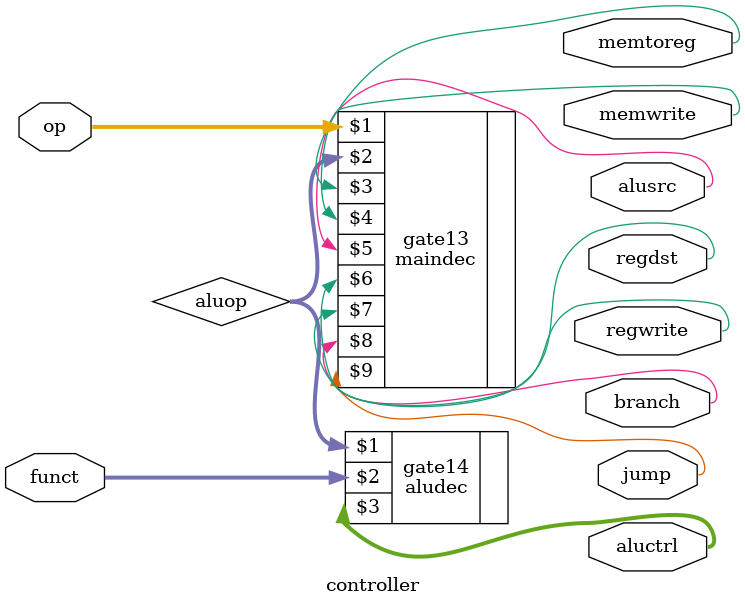
<source format=v>
`timescale 1ns / 1ps
/* Controller£ºÊäÈëIR[31:26]¡¢IR[5:0]£¬Êä³ö
    memtoreg£ºÐ´»ØregisterµÄÊý¾ÝÀ´×Ô £¨RÐÍ£©ALU¼ÆËã½á¹û or £¨lw£©´æ´¢Æ÷¶ÁÈ¡µÄÊý¾Ý
    memwrite£ºÊÇ·ñÐèÒªÐ´£¨sw£©Êý¾Ý¼Ä´æÆ÷
    pcsrc£ºÏÂÒ»¸öµØÖ·ÊÇ·ñÎªPC+4
    alusrc£º´«ÈëALU B¶Ë¿ÚµÄÖµÊÇ£¨addi£©32Î»Á¢¼´Êý or £¨R/sw/beq£©¼Ä´æÆ÷¶Ñ¶ÁÈ¡µÄÊý¾Ý
    regdst£ºÐ´Èë´æ´¢Æ÷¶ÑµÄµØÖ·ÊÇ£¨lw£©rt(0) or £¨RÐÍ£©rd(1) £¨ÅäºÏregwriteÐÅºÅ£©
    regwrite£ºÊÇ·ñÐèÒªÐ´¼Ä´æÆ÷¶Ñ£¨RÐÍ¡¢lwÐèÒªÐ´»Ø¼Ä´æÆ÷¶Ñ£©
    branch£ºÊÇ·ñÂú×ãbranchÖ¸ÁîµÄÌø×ªÌõ¼þ
    jump£ºÊÇ·ñÎªjumpÖ¸Áî
    alucontrol£ºALU¿ØÖÆÐÅºÅ£¬Ö»ÒªÇóÊµÏÖRÐÍÖ¸ÁîµÄadd¡¢sub¡¢and¡¢or¡¢slt
    ÉÏÊöÐÅºÅ³ýÁËalucontrolÓÉALU decoder¸ºÔðÒëÂëÊä³ö£¬ÆäÓà¾ùÔÚMain decoderÖÐÊä³ö¡£ÖÐ¼äÐÅºÅaluop
ÓÉMain decoderÊä³ö²¢ÊäÈëALU decoder¡£

Ô­Àí£º32Î»MIPSÖ¸ÁîÔÚ²»Í¬ÀàÐÍÖ¸ÁîÖÐ·Ö±ðÓÐ²»Í¬½á¹¹¡£µ«IR[31:26]±íÊ¾µÄopcode£¬IR[5:0] ±íÊ¾µÄfunct£¬
ÎªÒëÂë½×¶ÎÃ÷È·Ö¸Áî¿ØÖÆÐÅºÅµÄÖ÷Òª×Ö¶Î¡£¸ù¾ÝÊµÑéÒªÇó£¬ÊµÏÖR¡¢lw¡¢sw¡¢beq¡¢addi¡¢jÐÍÖ¸ÁîµÄÒëÂë¡£
    ÓÉÓÚ°üº¬Main decoderºÍALU decoder£¬Òò´Ë·ÖÄ£¿é±àÐ´£¬Controller¶¥²ãµ÷ÓÃ¡£Main decoderÊäÈëIR[31:26]
×÷Îªopcode£¬Êä³ömemtoreg¡¢memwrite¡¢pcsrc¡¢alusrc¡¢regdst¡¢regwrite¡¢branch¡¢jumpºÍaluop£¬ALU decoder
ÊäÈëaluopºÍIR[5:0]×÷Îªfunct£¬Êä³öalu control
*/

module controller(
    input wire[5:0] op,
    input wire[5:0] funct,
    output wire[2:0] aluctrl,
    output wire memtoreg,memwrite,alusrc,regdst,regwrite,branch,jump
);
    wire[1:0] aluop;
    maindec gate13(op,aluop,memtoreg,memwrite,alusrc,regdst,regwrite,branch,jump);
    aludec gate14(aluop,funct,aluctrl);
    
endmodule

</source>
